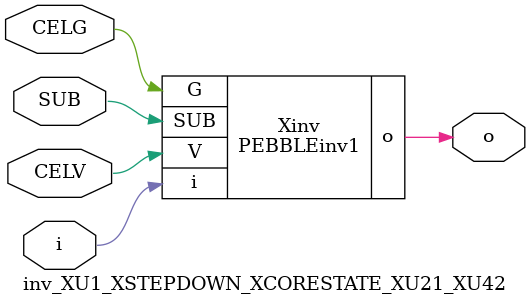
<source format=v>



module PEBBLEinv1 ( o, G, SUB, V, i );

  input V;
  input i;
  input G;
  output o;
  input SUB;
endmodule

//Celera Confidential Do Not Copy inv_XU1_XSTEPDOWN_XCORESTATE_XU21_XU42
//Celera Confidential Symbol Generator
//5V Inverter
module inv_XU1_XSTEPDOWN_XCORESTATE_XU21_XU42 (CELV,CELG,i,o,SUB);
input CELV;
input CELG;
input i;
input SUB;
output o;

//Celera Confidential Do Not Copy inv
PEBBLEinv1 Xinv(
.V (CELV),
.i (i),
.o (o),
.SUB (SUB),
.G (CELG)
);
//,diesize,PEBBLEinv1

//Celera Confidential Do Not Copy Module End
//Celera Schematic Generator
endmodule

</source>
